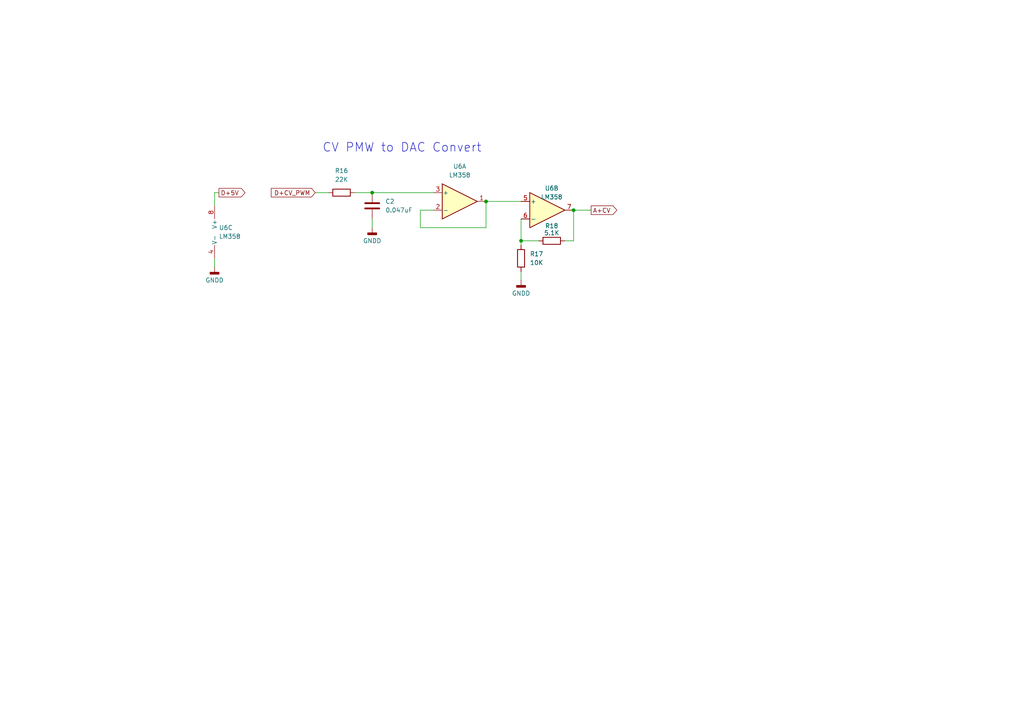
<source format=kicad_sch>
(kicad_sch (version 20231120) (generator "eeschema") (generator_version "8.0")
  (paper "A4")
  (lib_symbols
    (symbol "Amplifier_Operational:LM358" (pin_names (offset 0.127))
      (property "Reference" "U" (at 0 5.08 0))
      (property "Value" "LM358" (at 0 -5.08 0))
      (symbol "LM358_1_1"
        (polyline (pts (xy -5.08 5.08) (xy 5.08 0) (xy -5.08 -5.08) (xy -5.08 5.08)) (stroke (width 0.254)) (fill (type background)))
        (pin output line (at 7.62 0 180) (length 2.54) (name "~") (number "1"))
        (pin input line (at -7.62 -2.54 0) (length 2.54) (name "-") (number "2"))
        (pin input line (at -7.62 2.54 0) (length 2.54) (name "+") (number "3"))
      )
      (symbol "LM358_2_1"
        (polyline (pts (xy -5.08 5.08) (xy 5.08 0) (xy -5.08 -5.08) (xy -5.08 5.08)) (stroke (width 0.254)) (fill (type background)))
        (pin input line (at -7.62 2.54 0) (length 2.54) (name "+") (number "5"))
        (pin input line (at -7.62 -2.54 0) (length 2.54) (name "-") (number "6"))
        (pin output line (at 7.62 0 180) (length 2.54) (name "~") (number "7"))
      )
      (symbol "LM358_3_1"
        (pin power_in line (at -2.54 -7.62 90) (length 3.81) (name "V-") (number "4"))
        (pin power_in line (at -2.54 7.62 270) (length 3.81) (name "V+") (number "8"))
      )
    )
    (symbol "Device:C" (pin_numbers hide) (pin_names (offset 0.254))
      (property "Reference" "C" (at 0.635 2.54 0))
      (property "Value" "C" (at 0.635 -2.54 0))
      (symbol "C_0_1"
        (polyline (pts (xy -2.032 -0.762) (xy 2.032 -0.762)) (stroke (width 0.508)))
        (polyline (pts (xy -2.032 0.762) (xy 2.032 0.762)) (stroke (width 0.508)))
      )
      (symbol "C_1_1"
        (pin passive line (at 0 3.81 270) (length 2.794) (name "~") (number "1"))
        (pin passive line (at 0 -3.81 90) (length 2.794) (name "~") (number "2"))
      )
    )
    (symbol "Device:R" (pin_numbers hide) (pin_names (offset 0))
      (property "Reference" "R" (at 2.032 0 90))
      (property "Value" "R" (at 0 0 90))
      (symbol "R_0_1"
        (rectangle (start -1.016 -2.54) (end 1.016 2.54) (stroke (width 0.254)))
      )
      (symbol "R_1_1"
        (pin passive line (at 0 3.81 270) (length 1.27) (name "~") (number "1"))
        (pin passive line (at 0 -3.81 90) (length 1.27) (name "~") (number "2"))
      )
    )
    (symbol "power:GNDD" (power) (pin_numbers hide) (pin_names (offset 0) hide)
      (property "Value" "GNDD" (at 0 -3.175 0))
      (symbol "GNDD_0_1"
        (rectangle (start -1.27 -1.524) (end 1.27 -2.032) (stroke (width 0.254)) (fill (type outline)))
        (polyline (pts (xy 0 0) (xy 0 -1.524)))
      )
      (symbol "GNDD_1_1"
        (pin power_in line (at 0 0 270) (length 0) (name "~") (number "1"))
      )
    )
  )
  (junction (at 140.97 58.42))
  (junction (at 107.95 55.88))
  (junction (at 166.37 60.96))
  (junction (at 151.13 69.85))
  (wire (pts (xy 102.87 55.88) (xy 107.95 55.88)))
  (wire (pts (xy 62.23 74.93) (xy 62.23 77.47)))
  (wire (pts (xy 121.92 66.04) (xy 140.97 66.04)))
  (wire (pts (xy 166.37 60.96) (xy 166.37 69.85)))
  (wire (pts (xy 62.23 55.88) (xy 62.23 59.69)))
  (wire (pts (xy 151.13 69.85) (xy 151.13 71.12)))
  (wire (pts (xy 140.97 58.42) (xy 151.13 58.42)))
  (wire (pts (xy 140.97 66.04) (xy 140.97 58.42)))
  (wire (pts (xy 125.73 60.96) (xy 121.92 60.96)))
  (wire (pts (xy 156.21 69.85) (xy 151.13 69.85)))
  (wire (pts (xy 151.13 78.74) (xy 151.13 81.28)))
  (wire (pts (xy 107.95 63.5) (xy 107.95 66.04)))
  (wire (pts (xy 166.37 60.96) (xy 171.45 60.96)))
  (wire (pts (xy 63.5 55.88) (xy 62.23 55.88)))
  (wire (pts (xy 91.44 55.88) (xy 95.25 55.88)))
  (wire (pts (xy 121.92 60.96) (xy 121.92 66.04)))
  (wire (pts (xy 151.13 69.85) (xy 151.13 63.5)))
  (wire (pts (xy 166.37 69.85) (xy 163.83 69.85)))
  (wire (pts (xy 107.95 55.88) (xy 125.73 55.88)))
  (text "CV PMW to DAC Convert" (at 93.472 42.926 0) (effects (font (size 2.54 2.54)) (justify left)))
  (global_label "A+CV" (shape output) (at 171.45 60.96 0) (property "Intersheetrefs" "${INTERSHEET_REFS}" (effects (hide yes))))
  (global_label "D+CV_PWM" (shape input) (at 91.44 55.88 180) (property "Intersheetrefs" "${INTERSHEET_REFS}" (effects (hide yes))))
  (global_label "D+5V" (shape output) (at 63.5 55.88 0) (property "Intersheetrefs" "${INTERSHEET_REFS}" (effects (hide yes))))
  (symbol (lib_id "Device:R") (at 160.02 69.85 90) (unit 1)
    (property "Reference" "R18" (at 160.02 65.532 90))
    (property "Value" "5.1K" (at 160.02 67.564 90))
    (property "Footprint" "Resistor_THT:R_Axial_DIN0207_L6.3mm_D2.5mm_P7.62mm_Horizontal" (effects (hide yes)))
    (property "Description" "Resistor" (effects (hide yes)))
  )
  (symbol (lib_id "Amplifier_Operational:LM358") (at 133.35 58.42 0) (unit 1)
    (property "Reference" "U6" (at 133.35 48.26 0))
    (property "Value" "LM358" (at 133.35 50.8 0))
    (property "Footprint" "Package_DIP:DIP-8_W7.62mm" (effects (hide yes)))
    (property "Datasheet" "http://www.ti.com/lit/ds/symlink/lm2904-n.pdf" (effects (hide yes)))
    (property "Description" "Low-Power, Dual Operational Amplifiers, DIP-8/SOIC-8/TO-99-8" (effects (hide yes)))
  )
  (symbol (lib_id "power:GNDD") (at 62.23 77.47 0) (unit 1)
    (property "Reference" "#PWR014" (effects (hide yes)))
    (property "Value" "GNDD" (at 62.23 81.28 0))
    (property "Description" "Power symbol creates a global label with name \"GNDD\" , digital ground" (effects (hide yes)))
  )
  (symbol (lib_id "Amplifier_Operational:LM358") (at 158.75 60.96 0) (unit 2)
    (property "Reference" "U6" (at 160.02 54.61 0))
    (property "Value" "LM358" (at 160.02 57.15 0))
    (property "Footprint" "Package_DIP:DIP-8_W7.62mm" (effects (hide yes)))
    (property "Datasheet" "http://www.ti.com/lit/ds/symlink/lm2904-n.pdf" (effects (hide yes)))
    (property "Description" "Low-Power, Dual Operational Amplifiers, DIP-8/SOIC-8/TO-99-8" (effects (hide yes)))
  )
  (symbol (lib_id "power:GNDD") (at 107.95 66.04 0) (unit 1)
    (property "Reference" "#PWR015" (effects (hide yes)))
    (property "Value" "GNDD" (at 107.95 69.85 0))
    (property "Description" "Power symbol creates a global label with name \"GNDD\" , digital ground" (effects (hide yes)))
  )
  (symbol (lib_id "Device:R") (at 99.06 55.88 90) (unit 1)
    (property "Reference" "R16" (at 99.06 49.53 90))
    (property "Value" "22K" (at 99.06 52.07 90))
    (property "Footprint" "Resistor_THT:R_Axial_DIN0207_L6.3mm_D2.5mm_P7.62mm_Horizontal" (effects (hide yes)))
    (property "Description" "Resistor" (effects (hide yes)))
  )
  (symbol (lib_id "power:GNDD") (at 151.13 81.28 0) (unit 1)
    (property "Reference" "#PWR016" (effects (hide yes)))
    (property "Value" "GNDD" (at 151.13 85.09 0))
    (property "Description" "Power symbol creates a global label with name \"GNDD\" , digital ground" (effects (hide yes)))
  )
  (symbol (lib_id "Device:R") (at 151.13 74.93 0) (unit 1)
    (property "Reference" "R17" (at 153.67 73.6599 0) (effects (justify left)))
    (property "Value" "10K" (at 153.67 76.1999 0) (effects (justify left)))
    (property "Footprint" "Resistor_THT:R_Axial_DIN0207_L6.3mm_D2.5mm_P7.62mm_Horizontal" (effects (hide yes)))
    (property "Description" "Resistor" (effects (hide yes)))
  )
  (symbol (lib_id "Amplifier_Operational:LM358") (at 64.77 67.31 0) (unit 3)
    (property "Reference" "U6" (at 63.5 66.0399 0) (effects (justify left)))
    (property "Value" "LM358" (at 63.5 68.5799 0) (effects (justify left)))
    (property "Footprint" "Package_DIP:DIP-8_W7.62mm" (effects (hide yes)))
    (property "Datasheet" "http://www.ti.com/lit/ds/symlink/lm2904-n.pdf" (effects (hide yes)))
    (property "Description" "Low-Power, Dual Operational Amplifiers, DIP-8/SOIC-8/TO-99-8" (effects (hide yes)))
  )
  (symbol (lib_id "Device:C") (at 107.95 59.69 0) (unit 1)
    (property "Reference" "C2" (at 111.76 58.4199 0) (effects (justify left)))
    (property "Value" "0.047uF" (at 111.76 60.9599 0) (effects (justify left)))
    (property "Footprint" "Capacitor_THT:C_Rect_L7.0mm_W2.5mm_P5.00mm" (effects (hide yes)))
    (property "Description" "Unpolarized capacitor" (effects (hide yes)))
  )
)
</source>
